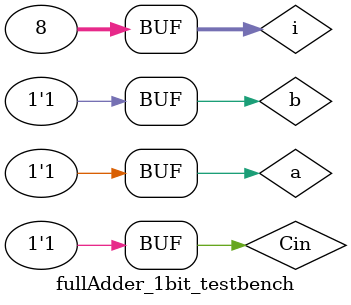
<source format=sv>
`timescale 10ps/1fs

module fullAdder_1bit(a, b, out, Cin, Cout);
	input logic a, b, Cin;
	output logic out, Cout;
	logic [3:0] x, w;
	
	// Gate level logic for the adder. 
	xor #5 xor1 (out, b, a, Cin);
	and #5 and1 (w[1], a, b);
	and #5 and2 (w[2], a, Cin);
	and #5 and3 (w[3], b, Cin);
	or  #5 or1  (Cout, w[1], w[2], w[3]);  
endmodule 

module fullAdder_1bit_testbench();
	logic a, b, out, Cin, Cout;
	
	fullAdder_1bit dut (.a, .b, .out, .Cin, .Cout);
	
	integer i;
	
	initial begin
		for(i=0; i<8; i++) begin
			{a, b, Cin} = i; #100;
		end
	end
endmodule
</source>
